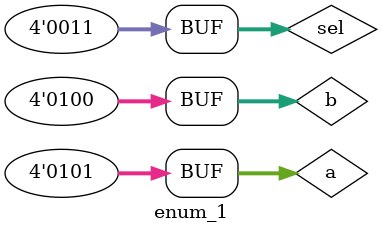
<source format=sv>

module enum_1;
logic [3:0] a,b;
logic [3:0] calc, result;
logic [3:0] sel;


enum {ADD = 2, SUB, JE = 10, JNE, ST}opcode;

initial begin
	$display(" ADD : %0d SUB  %0d", ADD, SUB);
	$display(" JNE : %0d", JNE);
	a = 5;
	b = 4;
	sel = ADD;
	#10;
	sel = SUB;
	
end

always@(*)
begin
	case(sel)
		ADD : result = a + b;
		SUB : result = a - b;
	endcase
	$display(" result = %0d", result);
end
endmodule

	
//#  ADD : 2 SUB  3
//#  JNE : 11
//#  result = 9
//#  result = 1

</source>
